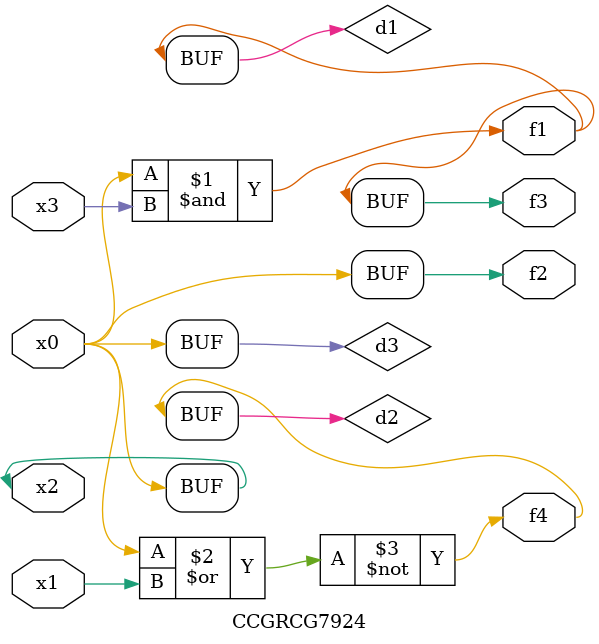
<source format=v>
module CCGRCG7924(
	input x0, x1, x2, x3,
	output f1, f2, f3, f4
);

	wire d1, d2, d3;

	and (d1, x2, x3);
	nor (d2, x0, x1);
	buf (d3, x0, x2);
	assign f1 = d1;
	assign f2 = d3;
	assign f3 = d1;
	assign f4 = d2;
endmodule

</source>
